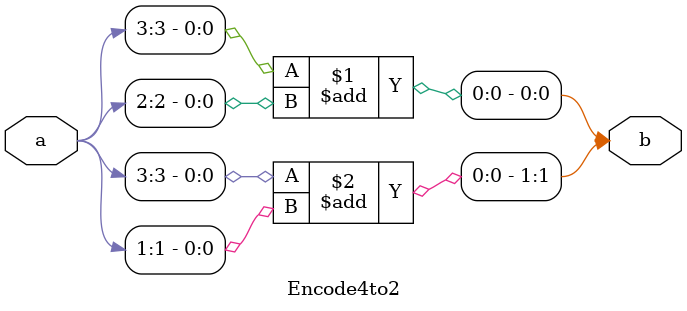
<source format=v>
module Encode4to2 (input wire [0:3] a, output wire [1:0] b);
  assign b[0] = a[3] + a[2];
  assign b[1] = a[3] + a[1];
endmodule

</source>
